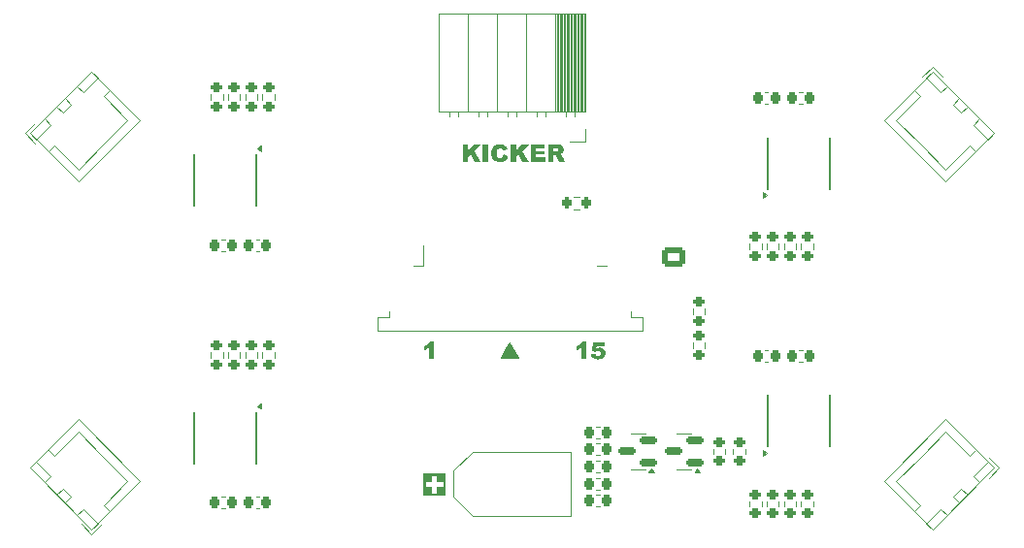
<source format=gbr>
%TF.GenerationSoftware,KiCad,Pcbnew,8.0.1*%
%TF.CreationDate,2024-11-14T22:13:18+09:00*%
%TF.ProjectId,MD-20240410,4d442d32-3032-4343-9034-31302e6b6963,rev?*%
%TF.SameCoordinates,Original*%
%TF.FileFunction,Legend,Top*%
%TF.FilePolarity,Positive*%
%FSLAX46Y46*%
G04 Gerber Fmt 4.6, Leading zero omitted, Abs format (unit mm)*
G04 Created by KiCad (PCBNEW 8.0.1) date 2024-11-14 22:13:18*
%MOMM*%
%LPD*%
G01*
G04 APERTURE LIST*
G04 Aperture macros list*
%AMRoundRect*
0 Rectangle with rounded corners*
0 $1 Rounding radius*
0 $2 $3 $4 $5 $6 $7 $8 $9 X,Y pos of 4 corners*
0 Add a 4 corners polygon primitive as box body*
4,1,4,$2,$3,$4,$5,$6,$7,$8,$9,$2,$3,0*
0 Add four circle primitives for the rounded corners*
1,1,$1+$1,$2,$3*
1,1,$1+$1,$4,$5*
1,1,$1+$1,$6,$7*
1,1,$1+$1,$8,$9*
0 Add four rect primitives between the rounded corners*
20,1,$1+$1,$2,$3,$4,$5,0*
20,1,$1+$1,$4,$5,$6,$7,0*
20,1,$1+$1,$6,$7,$8,$9,0*
20,1,$1+$1,$8,$9,$2,$3,0*%
%AMHorizOval*
0 Thick line with rounded ends*
0 $1 width*
0 $2 $3 position (X,Y) of the first rounded end (center of the circle)*
0 $4 $5 position (X,Y) of the second rounded end (center of the circle)*
0 Add line between two ends*
20,1,$1,$2,$3,$4,$5,0*
0 Add two circle primitives to create the rounded ends*
1,1,$1,$2,$3*
1,1,$1,$4,$5*%
G04 Aperture macros list end*
%ADD10C,0.150000*%
%ADD11C,0.120000*%
%ADD12RoundRect,0.150000X0.587500X0.150000X-0.587500X0.150000X-0.587500X-0.150000X0.587500X-0.150000X0*%
%ADD13RoundRect,0.200000X-0.275000X0.200000X-0.275000X-0.200000X0.275000X-0.200000X0.275000X0.200000X0*%
%ADD14RoundRect,0.250000X0.954594X0.106066X0.106066X0.954594X-0.954594X-0.106066X-0.106066X-0.954594X0*%
%ADD15HorizOval,1.700000X0.106066X0.106066X-0.106066X-0.106066X0*%
%ADD16RoundRect,0.225000X0.225000X0.250000X-0.225000X0.250000X-0.225000X-0.250000X0.225000X-0.250000X0*%
%ADD17R,0.450000X1.050000*%
%ADD18R,5.000000X3.400000*%
%ADD19RoundRect,0.200000X0.275000X-0.200000X0.275000X0.200000X-0.275000X0.200000X-0.275000X-0.200000X0*%
%ADD20RoundRect,0.250000X-0.954594X-0.106066X-0.106066X-0.954594X0.954594X0.106066X0.106066X0.954594X0*%
%ADD21HorizOval,1.700000X-0.106066X-0.106066X0.106066X0.106066X0*%
%ADD22RoundRect,0.225000X-0.225000X-0.250000X0.225000X-0.250000X0.225000X0.250000X-0.225000X0.250000X0*%
%ADD23C,4.000000*%
%ADD24RoundRect,0.200000X-0.200000X-0.275000X0.200000X-0.275000X0.200000X0.275000X-0.200000X0.275000X0*%
%ADD25R,0.610000X2.000000*%
%ADD26R,2.680000X3.600000*%
%ADD27R,1.700000X1.700000*%
%ADD28O,1.700000X1.700000*%
%ADD29RoundRect,0.250000X0.106066X-0.954594X0.954594X-0.106066X-0.106066X0.954594X-0.954594X0.106066X0*%
%ADD30HorizOval,1.700000X-0.106066X0.106066X0.106066X-0.106066X0*%
%ADD31RoundRect,0.250000X-0.106066X0.954594X-0.954594X0.106066X0.106066X-0.954594X0.954594X-0.106066X0*%
%ADD32RoundRect,0.250000X-0.725000X0.600000X-0.725000X-0.600000X0.725000X-0.600000X0.725000X0.600000X0*%
%ADD33O,1.950000X1.700000*%
G04 APERTURE END LIST*
D10*
X575000Y-4987500D02*
X-925000Y-4987500D01*
X-175000Y-3737500D01*
X575000Y-4987500D01*
G36*
X575000Y-4987500D02*
G01*
X-925000Y-4987500D01*
X-175000Y-3737500D01*
X575000Y-4987500D01*
G37*
G36*
X6463032Y-3585924D02*
G01*
X6463032Y-5110000D01*
X6038416Y-5110000D01*
X6038416Y-4112023D01*
X5974717Y-4158971D01*
X5912306Y-4199979D01*
X5845142Y-4238229D01*
X5839114Y-4241350D01*
X5767113Y-4274877D01*
X5691665Y-4304529D01*
X5615624Y-4330544D01*
X5597680Y-4336238D01*
X5597680Y-3984528D01*
X5674676Y-3958146D01*
X5744924Y-3929831D01*
X5818349Y-3894356D01*
X5882588Y-3856251D01*
X5930338Y-3821496D01*
X5986301Y-3770915D01*
X6035851Y-3714793D01*
X6078991Y-3653129D01*
X6115719Y-3585924D01*
X6463032Y-3585924D01*
G37*
G36*
X7081455Y-3609371D02*
G01*
X8077966Y-3609371D01*
X8077966Y-3961081D01*
X7403123Y-3961081D01*
X7366853Y-4173206D01*
X7436462Y-4141882D01*
X7505338Y-4119717D01*
X7577717Y-4105710D01*
X7640893Y-4101765D01*
X7722922Y-4106544D01*
X7798922Y-4120879D01*
X7868895Y-4144771D01*
X7942911Y-4184725D01*
X8008723Y-4237686D01*
X8063826Y-4300518D01*
X8105394Y-4370081D01*
X8133429Y-4446376D01*
X8147930Y-4529404D01*
X8150140Y-4579870D01*
X8144373Y-4660580D01*
X8127072Y-4739492D01*
X8098236Y-4816608D01*
X8077233Y-4858674D01*
X8037162Y-4921597D01*
X7982995Y-4982970D01*
X7919207Y-5034374D01*
X7871336Y-5063105D01*
X7799987Y-5093879D01*
X7719295Y-5115861D01*
X7641026Y-5127883D01*
X7555605Y-5133172D01*
X7529885Y-5133447D01*
X7449166Y-5131157D01*
X7375170Y-5124289D01*
X7300839Y-5111287D01*
X7273430Y-5104504D01*
X7203900Y-5081229D01*
X7136641Y-5048136D01*
X7092080Y-5018042D01*
X7036248Y-4968829D01*
X6986399Y-4910285D01*
X6971179Y-4887983D01*
X6935975Y-4822821D01*
X6908094Y-4752152D01*
X6893876Y-4706266D01*
X7318493Y-4664501D01*
X7339881Y-4736548D01*
X7383730Y-4798281D01*
X7390666Y-4804452D01*
X7457103Y-4841614D01*
X7525855Y-4852079D01*
X7601262Y-4839038D01*
X7663306Y-4799915D01*
X7670569Y-4792728D01*
X7709638Y-4729646D01*
X7725712Y-4657827D01*
X7727722Y-4615774D01*
X7720882Y-4540526D01*
X7695161Y-4471243D01*
X7669836Y-4439187D01*
X7607459Y-4398953D01*
X7533989Y-4383625D01*
X7516329Y-4383133D01*
X7441883Y-4393580D01*
X7398726Y-4409877D01*
X7336812Y-4451295D01*
X7306036Y-4479853D01*
X6948831Y-4433691D01*
X7081455Y-3609371D01*
G37*
G36*
X-6837211Y-3585924D02*
G01*
X-6837211Y-5110000D01*
X-7261827Y-5110000D01*
X-7261827Y-4112023D01*
X-7325526Y-4158971D01*
X-7387937Y-4199979D01*
X-7455101Y-4238229D01*
X-7461129Y-4241350D01*
X-7533130Y-4274877D01*
X-7608578Y-4304529D01*
X-7684619Y-4330544D01*
X-7702563Y-4336238D01*
X-7702563Y-3984528D01*
X-7625567Y-3958146D01*
X-7555319Y-3929831D01*
X-7481894Y-3894356D01*
X-7417655Y-3856251D01*
X-7369905Y-3821496D01*
X-7313942Y-3770915D01*
X-7264392Y-3714793D01*
X-7221252Y-3653129D01*
X-7184524Y-3585924D01*
X-6837211Y-3585924D01*
G37*
G36*
X-4314776Y13628128D02*
G01*
X-3848028Y13628128D01*
X-3848028Y13060996D01*
X-3358565Y13628128D01*
X-2738310Y13628128D01*
X-3288589Y13062095D01*
X-2713764Y12127500D01*
X-3288589Y12127500D01*
X-3606960Y12744823D01*
X-3848028Y12493864D01*
X-3848028Y12127500D01*
X-4314776Y12127500D01*
X-4314776Y13628128D01*
G37*
G36*
X-2549999Y13628128D02*
G01*
X-2082518Y13628128D01*
X-2082518Y12127500D01*
X-2549999Y12127500D01*
X-2549999Y13628128D01*
G37*
G36*
X-746754Y12737130D02*
G01*
X-337891Y12618794D01*
X-358122Y12546944D01*
X-386825Y12471399D01*
X-421480Y12402860D01*
X-462090Y12341328D01*
X-467584Y12334129D01*
X-520846Y12274443D01*
X-580890Y12223567D01*
X-647714Y12181501D01*
X-687769Y12161938D01*
X-757836Y12136613D01*
X-836880Y12118524D01*
X-913405Y12108631D01*
X-996803Y12104278D01*
X-1021894Y12104052D01*
X-1096630Y12105778D01*
X-1180504Y12112407D01*
X-1258042Y12124008D01*
X-1340493Y12143826D01*
X-1414319Y12170410D01*
X-1424161Y12174760D01*
X-1490409Y12210992D01*
X-1552589Y12257497D01*
X-1610702Y12314276D01*
X-1657277Y12371119D01*
X-1693806Y12424255D01*
X-1732278Y12494803D01*
X-1762791Y12572357D01*
X-1785344Y12656919D01*
X-1798057Y12732739D01*
X-1805243Y12813425D01*
X-1807012Y12881477D01*
X-1803898Y12971574D01*
X-1794556Y13056302D01*
X-1778985Y13135660D01*
X-1757187Y13209648D01*
X-1729160Y13278267D01*
X-1685368Y13356490D01*
X-1631844Y13426322D01*
X-1607710Y13451906D01*
X-1541385Y13509428D01*
X-1466975Y13557200D01*
X-1384478Y13595223D01*
X-1312659Y13618622D01*
X-1235666Y13635781D01*
X-1153497Y13646700D01*
X-1066153Y13651380D01*
X-1043509Y13651575D01*
X-957310Y13648748D01*
X-877085Y13640269D01*
X-802836Y13626137D01*
X-721623Y13601716D01*
X-649014Y13569156D01*
X-595079Y13535804D01*
X-536754Y13488023D01*
X-484328Y13431510D01*
X-437802Y13366264D01*
X-397174Y13292286D01*
X-367823Y13223967D01*
X-352180Y13180064D01*
X-764339Y13088839D01*
X-790783Y13157279D01*
X-809769Y13189223D01*
X-862519Y13243653D01*
X-905756Y13270922D01*
X-977534Y13295088D01*
X-1032152Y13299865D01*
X-1106844Y13292057D01*
X-1179816Y13264607D01*
X-1241080Y13217392D01*
X-1275418Y13174935D01*
X-1309034Y13106664D01*
X-1328644Y13027539D01*
X-1336924Y12954417D01*
X-1339165Y12883675D01*
X-1336486Y12797049D01*
X-1328449Y12721267D01*
X-1312300Y12646562D01*
X-1280821Y12572203D01*
X-1262961Y12546987D01*
X-1203255Y12495049D01*
X-1128916Y12464671D01*
X-1048638Y12455762D01*
X-971237Y12462774D01*
X-900888Y12486687D01*
X-846039Y12527569D01*
X-799963Y12590870D01*
X-769673Y12657631D01*
X-748714Y12728607D01*
X-746754Y12737130D01*
G37*
G36*
X-117707Y13628128D02*
G01*
X349041Y13628128D01*
X349041Y13060996D01*
X838503Y13628128D01*
X1458758Y13628128D01*
X908479Y13062095D01*
X1483304Y12127500D01*
X908479Y12127500D01*
X590108Y12744823D01*
X349041Y12493864D01*
X349041Y12127500D01*
X-117707Y12127500D01*
X-117707Y13628128D01*
G37*
G36*
X1627286Y13628128D02*
G01*
X2878053Y13628128D01*
X2878053Y13276418D01*
X2095133Y13276418D01*
X2095133Y13065392D01*
X2821633Y13065392D01*
X2821633Y12760577D01*
X2095133Y12760577D01*
X2095133Y12479209D01*
X2900768Y12479209D01*
X2900768Y12127500D01*
X1627286Y12127500D01*
X1627286Y13628128D01*
G37*
G36*
X4005289Y13626827D02*
G01*
X4086741Y13622021D01*
X4167850Y13612192D01*
X4243826Y13595606D01*
X4258514Y13591125D01*
X4331861Y13558448D01*
X4394731Y13510792D01*
X4442795Y13454471D01*
X4479889Y13387931D01*
X4503245Y13312877D01*
X4512519Y13238047D01*
X4513137Y13211571D01*
X4507878Y13136853D01*
X4489943Y13062432D01*
X4459281Y12996149D01*
X4413497Y12933072D01*
X4356379Y12879577D01*
X4312003Y12849237D01*
X4241203Y12816448D01*
X4167357Y12794392D01*
X4148238Y12789886D01*
X4220412Y12761768D01*
X4269871Y12733832D01*
X4321322Y12681351D01*
X4344243Y12653232D01*
X4389155Y12593211D01*
X4409822Y12558710D01*
X4635503Y12127500D01*
X4107938Y12127500D01*
X3858810Y12586554D01*
X3819170Y12652531D01*
X3774180Y12702325D01*
X3705830Y12732235D01*
X3659874Y12737130D01*
X3618475Y12737130D01*
X3618475Y12127500D01*
X3149895Y12127500D01*
X3149895Y13323312D01*
X3618475Y13323312D01*
X3618475Y13018497D01*
X3815213Y13018497D01*
X3892219Y13029096D01*
X3939044Y13039014D01*
X4005302Y13074814D01*
X4014881Y13085908D01*
X4043160Y13155080D01*
X4044191Y13173103D01*
X4027788Y13247362D01*
X3997662Y13284478D01*
X3925558Y13314779D01*
X3846895Y13322971D01*
X3823639Y13323312D01*
X3618475Y13323312D01*
X3149895Y13323312D01*
X3149895Y13628128D01*
X3927687Y13628128D01*
X4005289Y13626827D01*
G37*
G36*
X-5778435Y-17052117D02*
G01*
X-7722041Y-17052117D01*
X-7722041Y-16298422D01*
X-7499819Y-16298422D01*
X-6973720Y-16298422D01*
X-6973720Y-16829895D01*
X-6529687Y-16829895D01*
X-6529687Y-16298422D01*
X-6000657Y-16298422D01*
X-6000657Y-15860739D01*
X-6529687Y-15860739D01*
X-6529687Y-15329267D01*
X-6973720Y-15329267D01*
X-6973720Y-15860739D01*
X-7499819Y-15860739D01*
X-7499819Y-16298422D01*
X-7722041Y-16298422D01*
X-7722041Y-15107045D01*
X-5778435Y-15107045D01*
X-5778435Y-17052117D01*
G37*
D11*
%TO.C,Q2*%
X11000000Y-14735000D02*
X11650000Y-14735000D01*
X11000000Y-14735000D02*
X10350000Y-14735000D01*
X11000000Y-11615000D02*
X11650000Y-11615000D01*
X11000000Y-11615000D02*
X10350000Y-11615000D01*
X12402500Y-15015000D02*
X11922500Y-15015000D01*
X12162500Y-14685000D01*
X12402500Y-15015000D01*
G36*
X12402500Y-15015000D02*
G01*
X11922500Y-15015000D01*
X12162500Y-14685000D01*
X12402500Y-15015000D01*
G37*
%TO.C,Q1*%
X16402500Y-15015000D02*
X15922500Y-15015000D01*
X16162500Y-14685000D01*
X16402500Y-15015000D01*
G36*
X16402500Y-15015000D02*
G01*
X15922500Y-15015000D01*
X16162500Y-14685000D01*
X16402500Y-15015000D01*
G37*
X15000000Y-11615000D02*
X14350000Y-11615000D01*
X15000000Y-11615000D02*
X15650000Y-11615000D01*
X15000000Y-14735000D02*
X14350000Y-14735000D01*
X15000000Y-14735000D02*
X15650000Y-14735000D01*
%TO.C,R16*%
X23727500Y4987258D02*
X23727500Y4512742D01*
X24772500Y4987258D02*
X24772500Y4512742D01*
%TO.C,R13*%
X20727500Y-17512742D02*
X20727500Y-17987258D01*
X21772500Y-17512742D02*
X21772500Y-17987258D01*
%TO.C,J4*%
X-42063150Y-14601755D02*
X-36674996Y-19989909D01*
X-42049007Y-14601755D02*
X-40776215Y-15874547D01*
X-41518677Y-14071425D02*
X-42049007Y-14601755D01*
X-40776215Y-15874547D02*
X-40245885Y-15344217D01*
X-40458017Y-13010765D02*
X-39927687Y-13541095D01*
X-40245885Y-15344217D02*
X-41518677Y-14071425D01*
X-39927687Y-13541095D02*
X-37841722Y-11455130D01*
X-39715555Y-16935207D02*
X-39008448Y-17642314D01*
X-39185225Y-16404877D02*
X-39715555Y-16935207D01*
X-39008448Y-17642314D02*
X-38478118Y-17111984D01*
X-38478118Y-17111984D02*
X-39185225Y-16404877D01*
X-37947788Y-18702974D02*
X-36674996Y-19975766D01*
X-37841722Y-10380327D02*
X-42063150Y-14601755D01*
X-37841722Y-11455130D02*
X-35685046Y-13611805D01*
X-37558879Y-19516147D02*
X-36674996Y-20400030D01*
X-37417458Y-18172644D02*
X-37947788Y-18702974D01*
X-36674996Y-19975766D02*
X-36144666Y-19445436D01*
X-36674996Y-19989909D02*
X-32453568Y-15768481D01*
X-36674996Y-20400030D02*
X-35791112Y-19516147D01*
X-36144666Y-19445436D02*
X-37417458Y-18172644D01*
X-35614336Y-17854446D02*
X-33528371Y-15768481D01*
X-35084006Y-18384776D02*
X-35614336Y-17854446D01*
X-33528371Y-15768481D02*
X-35685046Y-13611805D01*
X-32453568Y-15768481D02*
X-37841722Y-10380327D01*
%TO.C,R23*%
X15802500Y-687742D02*
X15802500Y-1162258D01*
X16847500Y-687742D02*
X16847500Y-1162258D01*
%TO.C,C4*%
X7640580Y-15490000D02*
X7359420Y-15490000D01*
X7640580Y-16510000D02*
X7359420Y-16510000D01*
D10*
%TO.C,U2*%
X-27725000Y-9750000D02*
X-27725000Y-14250000D01*
X-22275000Y-9750000D02*
X-22275000Y-14250000D01*
D11*
X-21920000Y-9440000D02*
X-22250000Y-9200000D01*
X-21920000Y-8960000D01*
X-21920000Y-9440000D01*
G36*
X-21920000Y-9440000D02*
G01*
X-22250000Y-9200000D01*
X-21920000Y-8960000D01*
X-21920000Y-9440000D01*
G37*
D10*
%TO.C,U1*%
X-27725000Y12750000D02*
X-27725000Y8250000D01*
X-22275000Y12750000D02*
X-22275000Y8250000D01*
D11*
X-21920000Y13060000D02*
X-22250000Y13300000D01*
X-21920000Y13540000D01*
X-21920000Y13060000D01*
G36*
X-21920000Y13060000D02*
G01*
X-22250000Y13300000D01*
X-21920000Y13540000D01*
X-21920000Y13060000D01*
G37*
%TO.C,C9*%
X-22059420Y-17140000D02*
X-22340580Y-17140000D01*
X-22059420Y-18160000D02*
X-22340580Y-18160000D01*
%TO.C,C5*%
X7640580Y-13990000D02*
X7359420Y-13990000D01*
X7640580Y-15010000D02*
X7359420Y-15010000D01*
%TO.C,C8*%
X7640580Y-10990000D02*
X7359420Y-10990000D01*
X7640580Y-12010000D02*
X7359420Y-12010000D01*
%TO.C,C10*%
X-25059420Y-17140000D02*
X-25340580Y-17140000D01*
X-25059420Y-18160000D02*
X-25340580Y-18160000D01*
%TO.C,R14*%
X22227500Y-17512742D02*
X22227500Y-17987258D01*
X23272500Y-17512742D02*
X23272500Y-17987258D01*
%TO.C,R17*%
X20727500Y4987258D02*
X20727500Y4512742D01*
X21772500Y4987258D02*
X21772500Y4512742D01*
%TO.C,R21*%
X15802500Y-3687742D02*
X15802500Y-4162258D01*
X16847500Y-3687742D02*
X16847500Y-4162258D01*
%TO.C,R7*%
X-26272500Y17512742D02*
X-26272500Y17987258D01*
X-25227500Y17512742D02*
X-25227500Y17987258D01*
%TO.C,R12*%
X23727500Y-17512742D02*
X23727500Y-17987258D01*
X24772500Y-17512742D02*
X24772500Y-17987258D01*
%TO.C,J6*%
X32453568Y15768481D02*
X37841722Y10380327D01*
X33528371Y15768481D02*
X35685046Y13611805D01*
X35084006Y18384776D02*
X35614336Y17854446D01*
X35614336Y17854446D02*
X33528371Y15768481D01*
X36144666Y19445436D02*
X37417458Y18172644D01*
X36674996Y20400030D02*
X35791112Y19516147D01*
X36674996Y19989909D02*
X32453568Y15768481D01*
X36674996Y19975766D02*
X36144666Y19445436D01*
X37417458Y18172644D02*
X37947788Y18702974D01*
X37558879Y19516147D02*
X36674996Y20400030D01*
X37841722Y11455130D02*
X35685046Y13611805D01*
X37841722Y10380327D02*
X42063150Y14601755D01*
X37947788Y18702974D02*
X36674996Y19975766D01*
X38478118Y17111984D02*
X39185225Y16404877D01*
X39008448Y17642314D02*
X38478118Y17111984D01*
X39185225Y16404877D02*
X39715555Y16935207D01*
X39715555Y16935207D02*
X39008448Y17642314D01*
X39927687Y13541095D02*
X37841722Y11455130D01*
X40245885Y15344217D02*
X41518677Y14071425D01*
X40458017Y13010765D02*
X39927687Y13541095D01*
X40776215Y15874547D02*
X40245885Y15344217D01*
X41518677Y14071425D02*
X42049007Y14601755D01*
X42049007Y14601755D02*
X40776215Y15874547D01*
X42063150Y14601755D02*
X36674996Y19989909D01*
%TO.C,R8*%
X-24772500Y-4987258D02*
X-24772500Y-4512742D01*
X-23727500Y-4987258D02*
X-23727500Y-4512742D01*
%TO.C,C12*%
X25059420Y-4340000D02*
X25340580Y-4340000D01*
X25059420Y-5360000D02*
X25340580Y-5360000D01*
D10*
%TO.C,U3*%
X22275000Y-12750000D02*
X22275000Y-8250000D01*
X27725000Y-12750000D02*
X27725000Y-8250000D01*
D11*
X22250000Y-13300000D02*
X21920000Y-13540000D01*
X21920000Y-13060000D01*
X22250000Y-13300000D01*
G36*
X22250000Y-13300000D02*
G01*
X21920000Y-13540000D01*
X21920000Y-13060000D01*
X22250000Y-13300000D01*
G37*
%TO.C,J7*%
X5100000Y-18800000D02*
X-3450000Y-18800000D01*
X-5100000Y-17150000D01*
X-5100000Y-14850000D01*
X-3450000Y-13200000D01*
X5100000Y-13200000D01*
X5100000Y-18800000D01*
%TO.C,C14*%
X25059420Y18160000D02*
X25340580Y18160000D01*
X25059420Y17140000D02*
X25340580Y17140000D01*
%TO.C,R18*%
X22227500Y4987258D02*
X22227500Y4512742D01*
X23272500Y4987258D02*
X23272500Y4512742D01*
%TO.C,R15*%
X25227500Y-17512742D02*
X25227500Y-17987258D01*
X26272500Y-17512742D02*
X26272500Y-17987258D01*
%TO.C,R10*%
X-23272500Y-4987258D02*
X-23272500Y-4512742D01*
X-22227500Y-4987258D02*
X-22227500Y-4512742D01*
%TO.C,C3*%
X7640580Y-16960000D02*
X7359420Y-16960000D01*
X7640580Y-17980000D02*
X7359420Y-17980000D01*
%TO.C,R4*%
X-24772500Y17512742D02*
X-24772500Y17987258D01*
X-23727500Y17512742D02*
X-23727500Y17987258D01*
D10*
%TO.C,U4*%
X22275000Y9750000D02*
X22275000Y14250000D01*
X27725000Y9750000D02*
X27725000Y14250000D01*
D11*
X22250000Y9200000D02*
X21920000Y8960000D01*
X21920000Y9440000D01*
X22250000Y9200000D01*
G36*
X22250000Y9200000D02*
G01*
X21920000Y8960000D01*
X21920000Y9440000D01*
X22250000Y9200000D01*
G37*
%TO.C,C1*%
X-22059420Y5360000D02*
X-22340580Y5360000D01*
X-22059420Y4340000D02*
X-22340580Y4340000D01*
%TO.C,C11*%
X22059420Y-4340000D02*
X22340580Y-4340000D01*
X22059420Y-5360000D02*
X22340580Y-5360000D01*
%TO.C,R19*%
X25227500Y4987258D02*
X25227500Y4512742D01*
X26272500Y4987258D02*
X26272500Y4512742D01*
%TO.C,R11*%
X-26272500Y-4987258D02*
X-26272500Y-4512742D01*
X-25227500Y-4987258D02*
X-25227500Y-4512742D01*
%TO.C,C13*%
X22059420Y18160000D02*
X22340580Y18160000D01*
X22059420Y17140000D02*
X22340580Y17140000D01*
%TO.C,R1*%
X5412742Y9022500D02*
X5887258Y9022500D01*
X5412742Y7977500D02*
X5887258Y7977500D01*
%TO.C,J8*%
X-11745000Y-1487500D02*
X-10720000Y-1487500D01*
X-11745000Y-2597500D02*
X-11745000Y-1487500D01*
X-10720000Y-1487500D02*
X-10720000Y-947500D01*
X-8565000Y3022500D02*
X-7740000Y3022500D01*
X-7740000Y3022500D02*
X-7740000Y4822500D01*
X7390000Y3022500D02*
X8215000Y3022500D01*
X10370000Y-947500D02*
X10370000Y-1487500D01*
X10370000Y-1487500D02*
X11395000Y-1487500D01*
X11395000Y-1487500D02*
X11395000Y-2597500D01*
X11395000Y-2597500D02*
X-11745000Y-2597500D01*
%TO.C,R3*%
X-21772500Y17512742D02*
X-21772500Y17987258D01*
X-20727500Y17512742D02*
X-20727500Y17987258D01*
%TO.C,C2*%
X-25059420Y5360000D02*
X-25340580Y5360000D01*
X-25059420Y4340000D02*
X-25340580Y4340000D01*
%TO.C,J1*%
X-6410000Y25090000D02*
X-6410000Y16460000D01*
X-5440000Y16460000D02*
X-5440000Y16050000D01*
X-4720000Y16460000D02*
X-4720000Y16050000D01*
X-3810000Y25090000D02*
X-3810000Y16460000D01*
X-2900000Y16460000D02*
X-2900000Y16050000D01*
X-2180000Y16460000D02*
X-2180000Y16050000D01*
X-1270000Y25090000D02*
X-1270000Y16460000D01*
X-360000Y16460000D02*
X-360000Y16050000D01*
X360000Y16460000D02*
X360000Y16050000D01*
X1270000Y25090000D02*
X1270000Y16460000D01*
X2180000Y16460000D02*
X2180000Y16050000D01*
X2900000Y16460000D02*
X2900000Y16050000D01*
X3810000Y25090000D02*
X3810000Y16460000D01*
X3928100Y25090000D02*
X3928100Y16460000D01*
X4046195Y25090000D02*
X4046195Y16460000D01*
X4164290Y25090000D02*
X4164290Y16460000D01*
X4282385Y25090000D02*
X4282385Y16460000D01*
X4400480Y25090000D02*
X4400480Y16460000D01*
X4518575Y25090000D02*
X4518575Y16460000D01*
X4636670Y25090000D02*
X4636670Y16460000D01*
X4720000Y16460000D02*
X4720000Y16110000D01*
X4754765Y25090000D02*
X4754765Y16460000D01*
X4872860Y25090000D02*
X4872860Y16460000D01*
X4990955Y25090000D02*
X4990955Y16460000D01*
X5109050Y25090000D02*
X5109050Y16460000D01*
X5227145Y25090000D02*
X5227145Y16460000D01*
X5345240Y25090000D02*
X5345240Y16460000D01*
X5440000Y16460000D02*
X5440000Y16110000D01*
X5463335Y25090000D02*
X5463335Y16460000D01*
X5581430Y25090000D02*
X5581430Y16460000D01*
X5699525Y25090000D02*
X5699525Y16460000D01*
X5817620Y25090000D02*
X5817620Y16460000D01*
X5935715Y25090000D02*
X5935715Y16460000D01*
X6053810Y25090000D02*
X6053810Y16460000D01*
X6171905Y25090000D02*
X6171905Y16460000D01*
X6290000Y25090000D02*
X6290000Y16460000D01*
X6410000Y25090000D02*
X-6410000Y25090000D01*
X6410000Y25090000D02*
X6410000Y16460000D01*
X6410000Y16460000D02*
X-6410000Y16460000D01*
X6410000Y15000000D02*
X6410000Y13890000D01*
X6410000Y13890000D02*
X5080000Y13890000D01*
%TO.C,R9*%
X-21772500Y-4987258D02*
X-21772500Y-4512742D01*
X-20727500Y-4987258D02*
X-20727500Y-4512742D01*
%TO.C,J3*%
X-42473271Y14601755D02*
X-41589388Y13717871D01*
X-42063150Y14601755D02*
X-37841722Y10380327D01*
X-42049007Y14601755D02*
X-41518677Y14071425D01*
X-41589388Y15485638D02*
X-42473271Y14601755D01*
X-41518677Y14071425D02*
X-40245885Y15344217D01*
X-40776215Y15874547D02*
X-42049007Y14601755D01*
X-40458017Y13010765D02*
X-39927687Y13541095D01*
X-40245885Y15344217D02*
X-40776215Y15874547D01*
X-39927687Y13541095D02*
X-37841722Y11455130D01*
X-39715555Y16935207D02*
X-39185225Y16404877D01*
X-39185225Y16404877D02*
X-38478118Y17111984D01*
X-39008448Y17642314D02*
X-39715555Y16935207D01*
X-38478118Y17111984D02*
X-39008448Y17642314D01*
X-37947788Y18702974D02*
X-37417458Y18172644D01*
X-37841722Y11455130D02*
X-35685046Y13611805D01*
X-37841722Y10380327D02*
X-32453568Y15768481D01*
X-37417458Y18172644D02*
X-36144666Y19445436D01*
X-36674996Y19989909D02*
X-42063150Y14601755D01*
X-36674996Y19975766D02*
X-37947788Y18702974D01*
X-36144666Y19445436D02*
X-36674996Y19975766D01*
X-35614336Y17854446D02*
X-33528371Y15768481D01*
X-35084006Y18384776D02*
X-35614336Y17854446D01*
X-33528371Y15768481D02*
X-35685046Y13611805D01*
X-32453568Y15768481D02*
X-36674996Y19989909D01*
%TO.C,J5*%
X32453568Y-15768481D02*
X36674996Y-19989909D01*
X33528371Y-15768481D02*
X35685046Y-13611805D01*
X35084006Y-18384776D02*
X35614336Y-17854446D01*
X35614336Y-17854446D02*
X33528371Y-15768481D01*
X36144666Y-19445436D02*
X36674996Y-19975766D01*
X36674996Y-19975766D02*
X37947788Y-18702974D01*
X36674996Y-19989909D02*
X42063150Y-14601755D01*
X37417458Y-18172644D02*
X36144666Y-19445436D01*
X37841722Y-10380327D02*
X32453568Y-15768481D01*
X37841722Y-11455130D02*
X35685046Y-13611805D01*
X37947788Y-18702974D02*
X37417458Y-18172644D01*
X38478118Y-17111984D02*
X39008448Y-17642314D01*
X39008448Y-17642314D02*
X39715555Y-16935207D01*
X39185225Y-16404877D02*
X38478118Y-17111984D01*
X39715555Y-16935207D02*
X39185225Y-16404877D01*
X39927687Y-13541095D02*
X37841722Y-11455130D01*
X40245885Y-15344217D02*
X40776215Y-15874547D01*
X40458017Y-13010765D02*
X39927687Y-13541095D01*
X40776215Y-15874547D02*
X42049007Y-14601755D01*
X41518677Y-14071425D02*
X40245885Y-15344217D01*
X41589388Y-15485638D02*
X42473271Y-14601755D01*
X42049007Y-14601755D02*
X41518677Y-14071425D01*
X42063150Y-14601755D02*
X37841722Y-10380327D01*
X42473271Y-14601755D02*
X41589388Y-13717871D01*
%TO.C,R22*%
X17552500Y-12937742D02*
X17552500Y-13412258D01*
X18597500Y-12937742D02*
X18597500Y-13412258D01*
%TO.C,R6*%
X-23272500Y17512742D02*
X-23272500Y17987258D01*
X-22227500Y17512742D02*
X-22227500Y17987258D01*
%TO.C,C7*%
X7640580Y-12490000D02*
X7359420Y-12490000D01*
X7640580Y-13510000D02*
X7359420Y-13510000D01*
%TO.C,R20*%
X19302500Y-12937742D02*
X19302500Y-13412258D01*
X20347500Y-12937742D02*
X20347500Y-13412258D01*
%TD*%
%LPC*%
D12*
%TO.C,Q2*%
X11937500Y-14125000D03*
X11937500Y-12225000D03*
X10062500Y-13175000D03*
%TD*%
%TO.C,Q1*%
X14062500Y-13175000D03*
X15937500Y-12225000D03*
X15937500Y-14125000D03*
%TD*%
D13*
%TO.C,R16*%
X24250000Y5575000D03*
X24250000Y3925000D03*
%TD*%
%TO.C,R13*%
X21250000Y-16925000D03*
X21250000Y-18575000D03*
%TD*%
D14*
%TO.C,J4*%
X-36745707Y-16440232D03*
D15*
X-38513473Y-14672466D03*
%TD*%
D13*
%TO.C,R23*%
X16325000Y-100000D03*
X16325000Y-1750000D03*
%TD*%
D16*
%TO.C,C4*%
X8275000Y-16000000D03*
X6725000Y-16000000D03*
%TD*%
D17*
%TO.C,U2*%
X-22725000Y-9225000D03*
X-23375000Y-9225000D03*
X-24025000Y-9225000D03*
X-24675000Y-9225000D03*
X-25325000Y-9225000D03*
X-25975000Y-9225000D03*
X-26625000Y-9225000D03*
X-27275000Y-9225000D03*
X-27275000Y-14775000D03*
X-26625000Y-14775000D03*
X-25975000Y-14775000D03*
X-25325000Y-14775000D03*
X-24675000Y-14775000D03*
X-24025000Y-14775000D03*
X-23375000Y-14775000D03*
X-22725000Y-14775000D03*
D18*
X-25000000Y-12000000D03*
%TD*%
D17*
%TO.C,U1*%
X-22725000Y13275000D03*
X-23375000Y13275000D03*
X-24025000Y13275000D03*
X-24675000Y13275000D03*
X-25325000Y13275000D03*
X-25975000Y13275000D03*
X-26625000Y13275000D03*
X-27275000Y13275000D03*
X-27275000Y7725000D03*
X-26625000Y7725000D03*
X-25975000Y7725000D03*
X-25325000Y7725000D03*
X-24675000Y7725000D03*
X-24025000Y7725000D03*
X-23375000Y7725000D03*
X-22725000Y7725000D03*
D18*
X-25000000Y10500000D03*
%TD*%
D16*
%TO.C,C9*%
X-21425000Y-17650000D03*
X-22975000Y-17650000D03*
%TD*%
%TO.C,C5*%
X8275000Y-14500000D03*
X6725000Y-14500000D03*
%TD*%
%TO.C,C8*%
X8275000Y-11500000D03*
X6725000Y-11500000D03*
%TD*%
%TO.C,C10*%
X-24425000Y-17650000D03*
X-25975000Y-17650000D03*
%TD*%
D13*
%TO.C,R14*%
X22750000Y-16925000D03*
X22750000Y-18575000D03*
%TD*%
%TO.C,R17*%
X21250000Y5575000D03*
X21250000Y3925000D03*
%TD*%
%TO.C,R21*%
X16325000Y-3100000D03*
X16325000Y-4750000D03*
%TD*%
D19*
%TO.C,R7*%
X-25750000Y16925000D03*
X-25750000Y18575000D03*
%TD*%
D13*
%TO.C,R12*%
X24250000Y-16925000D03*
X24250000Y-18575000D03*
%TD*%
D20*
%TO.C,J6*%
X36745707Y16440232D03*
D21*
X38513473Y14672466D03*
%TD*%
D19*
%TO.C,R8*%
X-24250000Y-5575000D03*
X-24250000Y-3925000D03*
%TD*%
D22*
%TO.C,C12*%
X24425000Y-4850000D03*
X25975000Y-4850000D03*
%TD*%
D17*
%TO.C,U3*%
X22725000Y-13275000D03*
X23375000Y-13275000D03*
X24025000Y-13275000D03*
X24675000Y-13275000D03*
X25325000Y-13275000D03*
X25975000Y-13275000D03*
X26625000Y-13275000D03*
X27275000Y-13275000D03*
X27275000Y-7725000D03*
X26625000Y-7725000D03*
X25975000Y-7725000D03*
X25325000Y-7725000D03*
X24675000Y-7725000D03*
X24025000Y-7725000D03*
X23375000Y-7725000D03*
X22725000Y-7725000D03*
D18*
X25000000Y-10500000D03*
%TD*%
D23*
%TO.C,J7*%
X-2500000Y-16000000D03*
X2500000Y-16000000D03*
%TD*%
D22*
%TO.C,C14*%
X24425000Y17650000D03*
X25975000Y17650000D03*
%TD*%
D13*
%TO.C,R18*%
X22750000Y5575000D03*
X22750000Y3925000D03*
%TD*%
%TO.C,R15*%
X25750000Y-16925000D03*
X25750000Y-18575000D03*
%TD*%
D19*
%TO.C,R10*%
X-22750000Y-5575000D03*
X-22750000Y-3925000D03*
%TD*%
D16*
%TO.C,C3*%
X8275000Y-17470000D03*
X6725000Y-17470000D03*
%TD*%
D19*
%TO.C,R4*%
X-24250000Y16925000D03*
X-24250000Y18575000D03*
%TD*%
D17*
%TO.C,U4*%
X22725000Y9225000D03*
X23375000Y9225000D03*
X24025000Y9225000D03*
X24675000Y9225000D03*
X25325000Y9225000D03*
X25975000Y9225000D03*
X26625000Y9225000D03*
X27275000Y9225000D03*
X27275000Y14775000D03*
X26625000Y14775000D03*
X25975000Y14775000D03*
X25325000Y14775000D03*
X24675000Y14775000D03*
X24025000Y14775000D03*
X23375000Y14775000D03*
X22725000Y14775000D03*
D18*
X25000000Y12000000D03*
%TD*%
D16*
%TO.C,C1*%
X-21425000Y4850000D03*
X-22975000Y4850000D03*
%TD*%
D22*
%TO.C,C11*%
X21425000Y-4850000D03*
X22975000Y-4850000D03*
%TD*%
D13*
%TO.C,R19*%
X25750000Y5575000D03*
X25750000Y3925000D03*
%TD*%
D19*
%TO.C,R11*%
X-25750000Y-5575000D03*
X-25750000Y-3925000D03*
%TD*%
D22*
%TO.C,C13*%
X21425000Y17650000D03*
X22975000Y17650000D03*
%TD*%
D24*
%TO.C,R1*%
X4825000Y8500000D03*
X6475000Y8500000D03*
%TD*%
D25*
%TO.C,J8*%
X-7175000Y3912500D03*
X-6175000Y3912500D03*
X-5175000Y3912500D03*
X-4175000Y3912500D03*
X-3175000Y3912500D03*
X-2175000Y3912500D03*
X-1175000Y3912500D03*
X-175000Y3912500D03*
X825000Y3912500D03*
X1825000Y3912500D03*
X2825000Y3912500D03*
X3825000Y3912500D03*
X4825000Y3912500D03*
X5825000Y3912500D03*
X6825000Y3912500D03*
D26*
X-10165000Y1112500D03*
X9815000Y1112500D03*
%TD*%
D19*
%TO.C,R3*%
X-21250000Y16925000D03*
X-21250000Y18575000D03*
%TD*%
D16*
%TO.C,C2*%
X-24425000Y4850000D03*
X-25975000Y4850000D03*
%TD*%
D27*
%TO.C,J1*%
X5080000Y15000000D03*
D28*
X2540000Y15000000D03*
X0Y15000000D03*
X-2540000Y15000000D03*
X-5080000Y15000000D03*
%TD*%
D19*
%TO.C,R9*%
X-21250000Y-5575000D03*
X-21250000Y-3925000D03*
%TD*%
D29*
%TO.C,J3*%
X-38513473Y14672466D03*
D30*
X-36745707Y16440232D03*
%TD*%
D31*
%TO.C,J5*%
X38513473Y-14672466D03*
D30*
X36745707Y-16440232D03*
%TD*%
D13*
%TO.C,R22*%
X18075000Y-12350000D03*
X18075000Y-14000000D03*
%TD*%
D19*
%TO.C,R6*%
X-22750000Y16925000D03*
X-22750000Y18575000D03*
%TD*%
D16*
%TO.C,C7*%
X8275000Y-13000000D03*
X6725000Y-13000000D03*
%TD*%
D13*
%TO.C,R20*%
X19825000Y-12350000D03*
X19825000Y-14000000D03*
%TD*%
D32*
%TO.C,J2*%
X14075000Y3825000D03*
D33*
X14075000Y1325000D03*
X14075000Y-1175000D03*
X14075000Y-3675000D03*
%TD*%
%LPD*%
M02*

</source>
